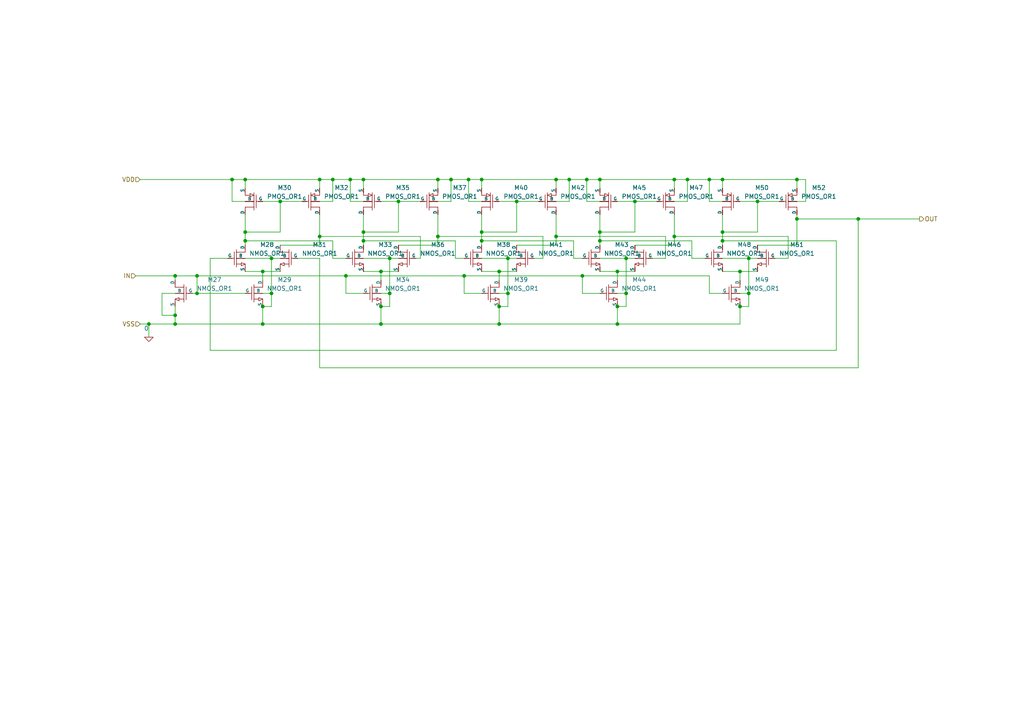
<source format=kicad_sch>
(kicad_sch (version 20230121) (generator eeschema)
  (paper "A4")
  (lib_symbols
    (symbol "OR1Symbols:0" (power) (pin_names (offset 0))
      (property "Value" "0" (at 0 -1.27 0))
      (symbol "0_0_1"
        (polyline (pts (xy -1.27 0) (xy 1.27 0) (xy 0 -1.27) (xy -1.27 0)))
      )
      (symbol "0_1_1"
        (pin power_in line (at 0 0 180) (length 0) hide (name "0") (number "1"))
      )
    )
    (symbol "OR1Symbols:NMOS_OR1" (pin_numbers hide) (pin_names (offset 0))
      (property "Reference" "M" (at 8.89 5.08 0))
      (property "Value" "NMOS_OR1" (at 8.89 2.54 0))
      (symbol "NMOS_OR1_0_1"
        (polyline (pts (xy 0 0) (xy 1.905 0)))
        (polyline (pts (xy 1.905 1.905) (xy 1.905 -1.905)))
        (polyline (pts (xy 2.54 -2.54) (xy 2.54 2.54)))
        (polyline (pts (xy 2.54 -1.651) (xy 3.937 -1.651)))
        (polyline (pts (xy 2.54 0) (xy 5.08 0)))
        (polyline (pts (xy 2.54 1.778) (xy 5.08 1.778)))
        (polyline (pts (xy 3.937 -2.159) (xy 3.937 -1.27)))
        (polyline (pts (xy 3.937 -1.27) (xy 5.08 -1.651)))
        (polyline (pts (xy 5.08 -1.651) (xy 3.937 -2.159)))
        (polyline (pts (xy 5.08 -1.651) (xy 5.08 -3.81)))
        (polyline (pts (xy 5.08 1.778) (xy 5.08 3.81)))
      )
      (symbol "NMOS_OR1_1_1"
        (pin passive line (at 5.08 3.81 270) (length 1.27) (name "D") (number "1"))
        (pin passive line (at 0 0 0) (length 1.27) (name "G") (number "2"))
        (pin passive line (at 5.08 -3.81 90) (length 1.27) (name "S") (number "3"))
        (pin passive line (at 5.08 0 180) (length 2.54) (name "B") (number "4"))
      )
    )
    (symbol "OR1Symbols:PMOS_OR1" (pin_numbers hide) (pin_names (offset 0))
      (property "Reference" "M" (at 8.89 5.08 0))
      (property "Value" "PMOS_OR1" (at 8.89 2.54 0))
      (symbol "PMOS_OR1_0_1"
        (polyline (pts (xy 0 0) (xy 1.905 0)))
        (polyline (pts (xy 1.905 1.905) (xy 1.905 -1.905)))
        (polyline (pts (xy 2.54 -2.54) (xy 2.54 2.54)))
        (polyline (pts (xy 2.54 -1.651) (xy 5.08 -1.651)))
        (polyline (pts (xy 2.54 0) (xy 5.08 0)))
        (polyline (pts (xy 2.54 1.778) (xy 3.683 2.286)))
        (polyline (pts (xy 3.683 1.397) (xy 2.54 1.778)))
        (polyline (pts (xy 3.683 1.397) (xy 3.683 2.286)))
        (polyline (pts (xy 3.683 1.778) (xy 5.08 1.778)))
        (polyline (pts (xy 5.08 -1.651) (xy 5.08 -3.81)))
        (polyline (pts (xy 5.08 1.778) (xy 5.08 3.81)))
      )
      (symbol "PMOS_OR1_1_1"
        (pin passive line (at 5.08 -3.81 90) (length 1.27) (name "D") (number "1"))
        (pin passive line (at 0 0 0) (length 1.27) (name "G") (number "2"))
        (pin passive line (at 5.08 3.81 270) (length 1.27) (name "S") (number "3"))
        (pin passive line (at 5.08 0 180) (length 2.54) (name "B") (number "4"))
      )
    )
  )
  (junction (at 110.49 93.98))
  (junction (at 214.63 88.9))
  (junction (at 205.74 52.07))
  (junction (at 217.17 74.93))
  (junction (at 92.71 52.07))
  (junction (at 105.41 69.85))
  (junction (at 248.92 63.5))
  (junction (at 78.74 74.93))
  (junction (at 179.07 88.9))
  (junction (at 195.58 68.58))
  (junction (at 135.89 52.07))
  (junction (at 181.61 85.09))
  (junction (at 43.18 93.98))
  (junction (at 181.61 74.93))
  (junction (at 179.07 78.74))
  (junction (at 127 52.07))
  (junction (at 92.71 68.58))
  (junction (at 147.32 74.93))
  (junction (at 113.03 74.93))
  (junction (at 217.17 85.09))
  (junction (at 110.49 88.9))
  (junction (at 144.78 93.98))
  (junction (at 173.99 69.85))
  (junction (at 67.31 52.07))
  (junction (at 214.63 78.74))
  (junction (at 113.03 85.09))
  (junction (at 76.2 88.9))
  (junction (at 195.58 52.07))
  (junction (at 57.15 80.01))
  (junction (at 144.78 78.74))
  (junction (at 81.28 58.42))
  (junction (at 173.99 67.31))
  (junction (at 50.8 80.01))
  (junction (at 219.71 58.42))
  (junction (at 71.12 67.31))
  (junction (at 139.7 69.85))
  (junction (at 199.39 52.07))
  (junction (at 78.74 85.09))
  (junction (at 231.14 63.5))
  (junction (at 209.55 52.07))
  (junction (at 144.78 88.9))
  (junction (at 147.32 85.09))
  (junction (at 76.2 93.98))
  (junction (at 168.91 80.01))
  (junction (at 173.99 52.07))
  (junction (at 209.55 69.85))
  (junction (at 139.7 67.31))
  (junction (at 170.18 52.07))
  (junction (at 71.12 69.85))
  (junction (at 161.29 52.07))
  (junction (at 71.12 52.07))
  (junction (at 50.8 93.98))
  (junction (at 100.33 80.01))
  (junction (at 130.81 52.07))
  (junction (at 115.57 58.42))
  (junction (at 149.86 58.42))
  (junction (at 209.55 67.31))
  (junction (at 96.52 52.07))
  (junction (at 161.29 68.58))
  (junction (at 231.14 52.07))
  (junction (at 179.07 93.98))
  (junction (at 165.1 52.07))
  (junction (at 50.8 91.44))
  (junction (at 105.41 67.31))
  (junction (at 57.15 85.09))
  (junction (at 184.15 58.42))
  (junction (at 134.62 80.01))
  (junction (at 127 68.58))
  (junction (at 105.41 52.07))
  (junction (at 76.2 78.74))
  (junction (at 139.7 52.07))
  (junction (at 110.49 78.74))
  (junction (at 101.6 52.07))
  (wire (pts (xy 76.2 85.09) (xy 78.74 85.09)))
  (wire (pts (xy 71.12 67.31) (xy 71.12 69.85)))
  (wire (pts (xy 170.18 52.07) (xy 173.99 52.07)))
  (wire (pts (xy 105.41 54.61) (xy 105.41 52.07)))
  (wire (pts (xy 50.8 85.09) (xy 46.99 85.09)))
  (wire (pts (xy 71.12 62.23) (xy 71.12 67.31)))
  (wire (pts (xy 92.71 71.12) (xy 81.28 71.12)))
  (wire (pts (xy 214.63 78.74) (xy 214.63 81.28)))
  (wire (pts (xy 173.99 69.85) (xy 200.66 69.85)))
  (wire (pts (xy 50.8 91.44) (xy 50.8 93.98)))
  (wire (pts (xy 110.49 85.09) (xy 113.03 85.09)))
  (wire (pts (xy 78.74 74.93) (xy 81.28 74.93)))
  (wire (pts (xy 105.41 78.74) (xy 110.49 78.74)))
  (wire (pts (xy 76.2 58.42) (xy 81.28 58.42)))
  (wire (pts (xy 127 58.42) (xy 130.81 58.42)))
  (wire (pts (xy 96.52 69.85) (xy 96.52 74.93)))
  (wire (pts (xy 170.18 58.42) (xy 173.99 58.42)))
  (wire (pts (xy 127 52.07) (xy 130.81 52.07)))
  (wire (pts (xy 147.32 88.9) (xy 144.78 88.9)))
  (wire (pts (xy 115.57 58.42) (xy 115.57 67.31)))
  (wire (pts (xy 214.63 88.9) (xy 214.63 93.98)))
  (wire (pts (xy 161.29 68.58) (xy 161.29 71.12)))
  (wire (pts (xy 50.8 88.9) (xy 50.8 91.44)))
  (wire (pts (xy 189.23 74.93) (xy 193.04 74.93)))
  (wire (pts (xy 228.6 68.58) (xy 228.6 74.93)))
  (wire (pts (xy 209.55 62.23) (xy 209.55 67.31)))
  (wire (pts (xy 120.65 74.93) (xy 121.92 74.93)))
  (wire (pts (xy 193.04 68.58) (xy 193.04 74.93)))
  (wire (pts (xy 130.81 52.07) (xy 135.89 52.07)))
  (wire (pts (xy 165.1 52.07) (xy 170.18 52.07)))
  (wire (pts (xy 96.52 52.07) (xy 101.6 52.07)))
  (wire (pts (xy 127 62.23) (xy 127 68.58)))
  (wire (pts (xy 219.71 58.42) (xy 226.06 58.42)))
  (wire (pts (xy 161.29 62.23) (xy 161.29 68.58)))
  (wire (pts (xy 43.18 93.98) (xy 43.18 97.79)))
  (wire (pts (xy 147.32 74.93) (xy 149.86 74.93)))
  (wire (pts (xy 195.58 71.12) (xy 184.15 71.12)))
  (wire (pts (xy 46.99 85.09) (xy 46.99 91.44)))
  (wire (pts (xy 242.57 69.85) (xy 242.57 101.6)))
  (wire (pts (xy 110.49 78.74) (xy 115.57 78.74)))
  (wire (pts (xy 113.03 88.9) (xy 110.49 88.9)))
  (wire (pts (xy 231.14 52.07) (xy 231.14 54.61)))
  (wire (pts (xy 231.14 62.23) (xy 231.14 63.5)))
  (wire (pts (xy 166.37 74.93) (xy 168.91 74.93)))
  (wire (pts (xy 231.14 63.5) (xy 231.14 71.12)))
  (wire (pts (xy 92.71 68.58) (xy 92.71 71.12)))
  (wire (pts (xy 76.2 88.9) (xy 76.2 93.98)))
  (wire (pts (xy 149.86 58.42) (xy 149.86 67.31)))
  (wire (pts (xy 139.7 67.31) (xy 149.86 67.31)))
  (wire (pts (xy 115.57 58.42) (xy 121.92 58.42)))
  (wire (pts (xy 110.49 93.98) (xy 144.78 93.98)))
  (wire (pts (xy 81.28 58.42) (xy 81.28 67.31)))
  (wire (pts (xy 144.78 78.74) (xy 149.86 78.74)))
  (wire (pts (xy 113.03 74.93) (xy 113.03 85.09)))
  (wire (pts (xy 40.64 93.98) (xy 43.18 93.98)))
  (wire (pts (xy 184.15 58.42) (xy 190.5 58.42)))
  (wire (pts (xy 132.08 74.93) (xy 134.62 74.93)))
  (wire (pts (xy 139.7 54.61) (xy 139.7 52.07)))
  (wire (pts (xy 144.78 88.9) (xy 144.78 93.98)))
  (wire (pts (xy 205.74 52.07) (xy 205.74 58.42)))
  (wire (pts (xy 57.15 80.01) (xy 100.33 80.01)))
  (wire (pts (xy 39.37 80.01) (xy 50.8 80.01)))
  (wire (pts (xy 173.99 69.85) (xy 173.99 71.12)))
  (wire (pts (xy 181.61 85.09) (xy 181.61 88.9)))
  (wire (pts (xy 195.58 58.42) (xy 199.39 58.42)))
  (wire (pts (xy 40.64 52.07) (xy 67.31 52.07)))
  (wire (pts (xy 217.17 88.9) (xy 214.63 88.9)))
  (wire (pts (xy 170.18 52.07) (xy 170.18 58.42)))
  (wire (pts (xy 105.41 74.93) (xy 113.03 74.93)))
  (wire (pts (xy 105.41 67.31) (xy 105.41 69.85)))
  (wire (pts (xy 205.74 58.42) (xy 209.55 58.42)))
  (wire (pts (xy 127 68.58) (xy 157.48 68.58)))
  (wire (pts (xy 110.49 88.9) (xy 110.49 93.98)))
  (wire (pts (xy 50.8 93.98) (xy 76.2 93.98)))
  (wire (pts (xy 173.99 52.07) (xy 195.58 52.07)))
  (wire (pts (xy 101.6 58.42) (xy 101.6 52.07)))
  (wire (pts (xy 92.71 52.07) (xy 92.71 54.61)))
  (wire (pts (xy 173.99 74.93) (xy 181.61 74.93)))
  (wire (pts (xy 205.74 80.01) (xy 205.74 85.09)))
  (wire (pts (xy 67.31 58.42) (xy 67.31 52.07)))
  (wire (pts (xy 157.48 68.58) (xy 157.48 74.93)))
  (wire (pts (xy 200.66 69.85) (xy 200.66 74.93)))
  (wire (pts (xy 139.7 74.93) (xy 147.32 74.93)))
  (wire (pts (xy 139.7 78.74) (xy 144.78 78.74)))
  (wire (pts (xy 214.63 78.74) (xy 219.71 78.74)))
  (wire (pts (xy 105.41 52.07) (xy 127 52.07)))
  (wire (pts (xy 57.15 80.01) (xy 57.15 85.09)))
  (wire (pts (xy 233.68 58.42) (xy 233.68 52.07)))
  (wire (pts (xy 199.39 58.42) (xy 199.39 52.07)))
  (wire (pts (xy 110.49 78.74) (xy 110.49 81.28)))
  (wire (pts (xy 71.12 69.85) (xy 96.52 69.85)))
  (wire (pts (xy 219.71 58.42) (xy 219.71 67.31)))
  (wire (pts (xy 139.7 69.85) (xy 166.37 69.85)))
  (wire (pts (xy 209.55 52.07) (xy 231.14 52.07)))
  (wire (pts (xy 71.12 69.85) (xy 71.12 71.12)))
  (wire (pts (xy 179.07 58.42) (xy 184.15 58.42)))
  (wire (pts (xy 209.55 67.31) (xy 209.55 69.85)))
  (wire (pts (xy 242.57 101.6) (xy 60.96 101.6)))
  (wire (pts (xy 86.36 74.93) (xy 92.71 74.93)))
  (wire (pts (xy 181.61 74.93) (xy 181.61 85.09)))
  (wire (pts (xy 127 71.12) (xy 115.57 71.12)))
  (wire (pts (xy 78.74 74.93) (xy 78.74 85.09)))
  (wire (pts (xy 139.7 69.85) (xy 139.7 71.12)))
  (wire (pts (xy 105.41 58.42) (xy 101.6 58.42)))
  (wire (pts (xy 101.6 52.07) (xy 105.41 52.07)))
  (wire (pts (xy 127 68.58) (xy 127 71.12)))
  (wire (pts (xy 139.7 62.23) (xy 139.7 67.31)))
  (wire (pts (xy 71.12 52.07) (xy 67.31 52.07)))
  (wire (pts (xy 195.58 62.23) (xy 195.58 68.58)))
  (wire (pts (xy 144.78 93.98) (xy 179.07 93.98)))
  (wire (pts (xy 121.92 68.58) (xy 121.92 74.93)))
  (wire (pts (xy 57.15 85.09) (xy 71.12 85.09)))
  (wire (pts (xy 214.63 85.09) (xy 217.17 85.09)))
  (wire (pts (xy 100.33 85.09) (xy 100.33 80.01)))
  (wire (pts (xy 50.8 80.01) (xy 50.8 81.28)))
  (wire (pts (xy 224.79 74.93) (xy 228.6 74.93)))
  (wire (pts (xy 76.2 78.74) (xy 76.2 81.28)))
  (wire (pts (xy 105.41 69.85) (xy 132.08 69.85)))
  (wire (pts (xy 161.29 52.07) (xy 161.29 54.61)))
  (wire (pts (xy 231.14 58.42) (xy 233.68 58.42)))
  (wire (pts (xy 209.55 74.93) (xy 217.17 74.93)))
  (wire (pts (xy 173.99 67.31) (xy 173.99 69.85)))
  (wire (pts (xy 144.78 58.42) (xy 149.86 58.42)))
  (wire (pts (xy 139.7 67.31) (xy 139.7 69.85)))
  (wire (pts (xy 81.28 58.42) (xy 87.63 58.42)))
  (wire (pts (xy 195.58 52.07) (xy 199.39 52.07)))
  (wire (pts (xy 96.52 58.42) (xy 92.71 58.42)))
  (wire (pts (xy 217.17 74.93) (xy 217.17 85.09)))
  (wire (pts (xy 209.55 67.31) (xy 219.71 67.31)))
  (wire (pts (xy 248.92 106.68) (xy 248.92 63.5)))
  (wire (pts (xy 135.89 52.07) (xy 139.7 52.07)))
  (wire (pts (xy 248.92 63.5) (xy 266.7 63.5)))
  (wire (pts (xy 71.12 78.74) (xy 76.2 78.74)))
  (wire (pts (xy 139.7 52.07) (xy 161.29 52.07)))
  (wire (pts (xy 135.89 58.42) (xy 139.7 58.42)))
  (wire (pts (xy 76.2 78.74) (xy 81.28 78.74)))
  (wire (pts (xy 231.14 71.12) (xy 219.71 71.12)))
  (wire (pts (xy 205.74 85.09) (xy 209.55 85.09)))
  (wire (pts (xy 92.71 74.93) (xy 92.71 106.68)))
  (wire (pts (xy 161.29 71.12) (xy 149.86 71.12)))
  (wire (pts (xy 173.99 85.09) (xy 168.91 85.09)))
  (wire (pts (xy 132.08 69.85) (xy 132.08 74.93)))
  (wire (pts (xy 179.07 85.09) (xy 181.61 85.09)))
  (wire (pts (xy 168.91 80.01) (xy 205.74 80.01)))
  (wire (pts (xy 96.52 52.07) (xy 96.52 58.42)))
  (wire (pts (xy 113.03 74.93) (xy 115.57 74.93)))
  (wire (pts (xy 71.12 54.61) (xy 71.12 52.07)))
  (wire (pts (xy 173.99 54.61) (xy 173.99 52.07)))
  (wire (pts (xy 166.37 69.85) (xy 166.37 74.93)))
  (wire (pts (xy 173.99 62.23) (xy 173.99 67.31)))
  (wire (pts (xy 110.49 58.42) (xy 115.57 58.42)))
  (wire (pts (xy 195.58 68.58) (xy 228.6 68.58)))
  (wire (pts (xy 209.55 69.85) (xy 242.57 69.85)))
  (wire (pts (xy 161.29 68.58) (xy 193.04 68.58)))
  (wire (pts (xy 168.91 85.09) (xy 168.91 80.01)))
  (wire (pts (xy 78.74 85.09) (xy 78.74 88.9)))
  (wire (pts (xy 181.61 88.9) (xy 179.07 88.9)))
  (wire (pts (xy 50.8 80.01) (xy 57.15 80.01)))
  (wire (pts (xy 43.18 93.98) (xy 50.8 93.98)))
  (wire (pts (xy 105.41 67.31) (xy 115.57 67.31)))
  (wire (pts (xy 60.96 101.6) (xy 60.96 74.93)))
  (wire (pts (xy 60.96 74.93) (xy 66.04 74.93)))
  (wire (pts (xy 92.71 52.07) (xy 96.52 52.07)))
  (wire (pts (xy 76.2 93.98) (xy 110.49 93.98)))
  (wire (pts (xy 165.1 52.07) (xy 165.1 58.42)))
  (wire (pts (xy 173.99 67.31) (xy 184.15 67.31)))
  (wire (pts (xy 105.41 85.09) (xy 100.33 85.09)))
  (wire (pts (xy 231.14 63.5) (xy 248.92 63.5)))
  (wire (pts (xy 149.86 58.42) (xy 156.21 58.42)))
  (wire (pts (xy 96.52 74.93) (xy 100.33 74.93)))
  (wire (pts (xy 205.74 52.07) (xy 209.55 52.07)))
  (wire (pts (xy 139.7 85.09) (xy 134.62 85.09)))
  (wire (pts (xy 184.15 58.42) (xy 184.15 67.31)))
  (wire (pts (xy 195.58 52.07) (xy 195.58 54.61)))
  (wire (pts (xy 217.17 85.09) (xy 217.17 88.9)))
  (wire (pts (xy 144.78 85.09) (xy 147.32 85.09)))
  (wire (pts (xy 134.62 85.09) (xy 134.62 80.01)))
  (wire (pts (xy 71.12 58.42) (xy 67.31 58.42)))
  (wire (pts (xy 71.12 52.07) (xy 92.71 52.07)))
  (wire (pts (xy 92.71 106.68) (xy 248.92 106.68)))
  (wire (pts (xy 179.07 93.98) (xy 214.63 93.98)))
  (wire (pts (xy 147.32 85.09) (xy 147.32 88.9)))
  (wire (pts (xy 78.74 88.9) (xy 76.2 88.9)))
  (wire (pts (xy 46.99 91.44) (xy 50.8 91.44)))
  (wire (pts (xy 179.07 88.9) (xy 179.07 93.98)))
  (wire (pts (xy 113.03 85.09) (xy 113.03 88.9)))
  (wire (pts (xy 157.48 74.93) (xy 154.94 74.93)))
  (wire (pts (xy 173.99 78.74) (xy 179.07 78.74)))
  (wire (pts (xy 179.07 78.74) (xy 184.15 78.74)))
  (wire (pts (xy 217.17 74.93) (xy 219.71 74.93)))
  (wire (pts (xy 179.07 78.74) (xy 179.07 81.28)))
  (wire (pts (xy 214.63 58.42) (xy 219.71 58.42)))
  (wire (pts (xy 161.29 52.07) (xy 165.1 52.07)))
  (wire (pts (xy 199.39 52.07) (xy 205.74 52.07)))
  (wire (pts (xy 209.55 54.61) (xy 209.55 52.07)))
  (wire (pts (xy 147.32 74.93) (xy 147.32 85.09)))
  (wire (pts (xy 130.81 58.42) (xy 130.81 52.07)))
  (wire (pts (xy 134.62 80.01) (xy 168.91 80.01)))
  (wire (pts (xy 233.68 52.07) (xy 231.14 52.07)))
  (wire (pts (xy 200.66 74.93) (xy 204.47 74.93)))
  (wire (pts (xy 92.71 68.58) (xy 121.92 68.58)))
  (wire (pts (xy 161.29 58.42) (xy 165.1 58.42)))
  (wire (pts (xy 127 52.07) (xy 127 54.61)))
  (wire (pts (xy 195.58 68.58) (xy 195.58 71.12)))
  (wire (pts (xy 209.55 78.74) (xy 214.63 78.74)))
  (wire (pts (xy 144.78 78.74) (xy 144.78 81.28)))
  (wire (pts (xy 55.88 85.09) (xy 57.15 85.09)))
  (wire (pts (xy 181.61 74.93) (xy 184.15 74.93)))
  (wire (pts (xy 71.12 74.93) (xy 78.74 74.93)))
  (wire (pts (xy 209.55 69.85) (xy 209.55 71.12)))
  (wire (pts (xy 135.89 52.07) (xy 135.89 58.42)))
  (wire (pts (xy 92.71 62.23) (xy 92.71 68.58)))
  (wire (pts (xy 100.33 80.01) (xy 134.62 80.01)))
  (wire (pts (xy 105.41 62.23) (xy 105.41 67.31)))
  (wire (pts (xy 71.12 67.31) (xy 81.28 67.31)))
  (wire (pts (xy 105.41 69.85) (xy 105.41 71.12)))
  (hierarchical_label "OUT" (shape output) (at 266.7 63.5 0))
  (hierarchical_label "IN" (shape input) (at 39.37 80.01 180))
  (hierarchical_label "VSS" (shape input) (at 40.64 93.98 180))
  (hierarchical_label "VDD" (shape input) (at 40.64 52.07 180))
  (symbol (lib_id "OR1Symbols:0") (at 43.18 97.79 0) (unit 1)
    (property "Reference" "#GND02" (effects hide))
    (property "Value" "0" (at 43.18 95.25 0) (effects (justify right)))
    (instances (project "" (path "" (reference "#GND02") (unit 1))) (project "tb" (path "" (reference "#GND02") (unit 1))) (project "cc_osc" (path "" (reference "#GND01") (unit 1)) (path "" (reference "#GND02") (unit 1))) (project "VCO" (path "" (reference "#GND02") (unit 1))) (project "VCO-VS-CCO" (path "" (reference "#GND02") (unit 1))))
  )
  (symbol (lib_id "OR1Symbols:NMOS_OR1") (at 71.12 85.09 0) (unit 1)
    (property "Reference" "M29" (at 82.55 81.1277 0))
    (property "Value" "NMOS_OR1" (at 82.55 83.6677 0))
    (property "Sim.Pins" "1=1 2=2 3=3 4=4" (effects hide))
    (property "Sim.Device" "SPICE" (effects hide))
    (property "Sim.Params" "type=\"M\" model=\"NMOS_OR1 l=1u w=2u\" lib=\"\"" (effects hide))
    (instances (project "" (path "" (reference "M29") (unit 1))) (project "tb" (path "" (reference "M29") (unit 1))) (project "cc_osc" (path "" (reference "M13") (unit 1)) (path "" (reference "M29") (unit 1))) (project "VCO" (path "" (reference "M29") (unit 1))) (project "VCO-VS-CCO" (path "" (reference "M44") (unit 1))))
  )
  (symbol (lib_id "OR1Symbols:PMOS_OR1") (at 144.78 58.42 0) (mirror y) (unit 1)
    (property "Reference" "M40" (at 151.13 54.4577 0))
    (property "Value" "PMOS_OR1" (at 151.13 56.9977 0))
    (property "Sim.Pins" "1=1 2=2 3=3 4=4" (effects hide))
    (property "Sim.Device" "SPICE" (effects hide))
    (property "Sim.Params" "type=\"M\" model=\"PMOS_OR1 l=1u w=6u\" lib=\"\"" (effects hide))
    (instances (project "" (path "" (reference "M40") (unit 1))) (project "tb" (path "" (reference "M40") (unit 1))) (project "cc_osc" (path "" (reference "M5") (unit 1)) (path "" (reference "M40") (unit 1))) (project "VCO" (path "" (reference "M40") (unit 1))) (project "VCO-VS-CCO" (path "" (reference "M55") (unit 1))))
  )
  (symbol (lib_id "OR1Symbols:PMOS_OR1") (at 121.92 58.42 0) (unit 1)
    (property "Reference" "M37" (at 133.35 54.4577 0))
    (property "Value" "PMOS_OR1" (at 133.35 56.9977 0))
    (property "Sim.Pins" "1=1 2=2 3=3 4=4" (effects hide))
    (property "Sim.Device" "SPICE" (effects hide))
    (property "Sim.Params" "type=\"M\" model=\"PMOS_OR1 l=1u w=6u\" lib=\"\"" (effects hide))
    (instances (project "" (path "" (reference "M37") (unit 1))) (project "tb" (path "" (reference "M37") (unit 1))) (project "cc_osc" (path "" (reference "M4") (unit 1)) (path "" (reference "M37") (unit 1))) (project "VCO" (path "" (reference "M37") (unit 1))) (project "VCO-VS-CCO" (path "" (reference "M52") (unit 1))))
  )
  (symbol (lib_id "OR1Symbols:NMOS_OR1") (at 139.7 85.09 0) (unit 1)
    (property "Reference" "M39" (at 151.13 81.1277 0))
    (property "Value" "NMOS_OR1" (at 151.13 83.6677 0))
    (property "Sim.Pins" "1=1 2=2 3=3 4=4" (effects hide))
    (property "Sim.Device" "SPICE" (effects hide))
    (property "Sim.Params" "type=\"M\" model=\"NMOS_OR1 l=1u w=2u\" lib=\"\"" (effects hide))
    (instances (project "" (path "" (reference "M39") (unit 1))) (project "tb" (path "" (reference "M39") (unit 1))) (project "cc_osc" (path "" (reference "M18") (unit 1)) (path "" (reference "M39") (unit 1))) (project "VCO" (path "" (reference "M39") (unit 1))) (project "VCO-VS-CCO" (path "" (reference "M54") (unit 1))))
  )
  (symbol (lib_id "OR1Symbols:PMOS_OR1") (at 214.63 58.42 0) (mirror y) (unit 1)
    (property "Reference" "M50" (at 220.98 54.4577 0))
    (property "Value" "PMOS_OR1" (at 220.98 56.9977 0))
    (property "Sim.Pins" "1=1 2=2 3=3 4=4" (effects hide))
    (property "Sim.Device" "SPICE" (effects hide))
    (property "Sim.Params" "type=\"M\" model=\"PMOS_OR1 l=1u w=6u\" lib=\"\"" (effects hide))
    (instances (project "" (path "" (reference "M50") (unit 1))) (project "tb" (path "" (reference "M50") (unit 1))) (project "cc_osc" (path "" (reference "M9") (unit 1)) (path "" (reference "M50") (unit 1))) (project "VCO" (path "" (reference "M50") (unit 1))) (project "VCO-VS-CCO" (path "" (reference "M65") (unit 1))))
  )
  (symbol (lib_id "OR1Symbols:PMOS_OR1") (at 226.06 58.42 0) (unit 1)
    (property "Reference" "M52" (at 237.49 54.4577 0))
    (property "Value" "PMOS_OR1" (at 237.49 56.9977 0))
    (property "Sim.Pins" "1=1 2=2 3=3 4=4" (effects hide))
    (property "Sim.Device" "SPICE" (effects hide))
    (property "Sim.Params" "type=\"M\" model=\"PMOS_OR1 l=1u w=6u\" lib=\"\"" (effects hide))
    (instances (project "" (path "" (reference "M52") (unit 1))) (project "tb" (path "" (reference "M52") (unit 1))) (project "cc_osc" (path "" (reference "M10") (unit 1)) (path "" (reference "M52") (unit 1))) (project "VCO" (path "" (reference "M52") (unit 1))) (project "VCO-VS-CCO" (path "" (reference "M67") (unit 1))))
  )
  (symbol (lib_id "OR1Symbols:NMOS_OR1") (at 86.36 74.93 0) (mirror y) (unit 1)
    (property "Reference" "M31" (at 92.71 70.9677 0))
    (property "Value" "NMOS_OR1" (at 92.71 73.5077 0))
    (property "Sim.Pins" "1=1 2=2 3=3 4=4" (effects hide))
    (property "Sim.Device" "SPICE" (effects hide))
    (property "Sim.Params" "type=\"M\" model=\"NMOS_OR1 l=1u w=2u\" lib=\"\"" (effects hide))
    (instances (project "" (path "" (reference "M31") (unit 1))) (project "tb" (path "" (reference "M31") (unit 1))) (project "cc_osc" (path "" (reference "M12") (unit 1)) (path "" (reference "M31") (unit 1))) (project "VCO" (path "" (reference "M31") (unit 1))) (project "VCO-VS-CCO" (path "" (reference "M46") (unit 1))))
  )
  (symbol (lib_id "OR1Symbols:PMOS_OR1") (at 190.5 58.42 0) (unit 1)
    (property "Reference" "M47" (at 201.93 54.4577 0))
    (property "Value" "PMOS_OR1" (at 201.93 56.9977 0))
    (property "Sim.Pins" "1=1 2=2 3=3 4=4" (effects hide))
    (property "Sim.Device" "SPICE" (effects hide))
    (property "Sim.Params" "type=\"M\" model=\"PMOS_OR1 l=1u w=6u\" lib=\"\"" (effects hide))
    (instances (project "" (path "" (reference "M47") (unit 1))) (project "tb" (path "" (reference "M47") (unit 1))) (project "cc_osc" (path "" (reference "M8") (unit 1)) (path "" (reference "M47") (unit 1))) (project "VCO" (path "" (reference "M47") (unit 1))) (project "VCO-VS-CCO" (path "" (reference "M62") (unit 1))))
  )
  (symbol (lib_id "OR1Symbols:NMOS_OR1") (at 55.88 85.09 0) (mirror y) (unit 1)
    (property "Reference" "M27" (at 62.23 81.1277 0))
    (property "Value" "NMOS_OR1" (at 62.23 83.6677 0))
    (property "Sim.Pins" "1=1 2=2 3=3 4=4" (effects hide))
    (property "Sim.Device" "SPICE" (effects hide))
    (property "Sim.Params" "type=\"M\" model=\"NMOS_OR1 l=1u w=2u\" lib=\"\"" (effects hide))
    (instances (project "" (path "" (reference "M27") (unit 1))) (project "tb" (path "" (reference "M27") (unit 1))) (project "cc_osc" (path "" (reference "M26") (unit 1)) (path "" (reference "M27") (unit 1))) (project "VCO" (path "" (reference "M27") (unit 1))) (project "VCO-VS-CCO" (path "" (reference "M42") (unit 1))))
  )
  (symbol (lib_id "OR1Symbols:NMOS_OR1") (at 105.41 85.09 0) (unit 1)
    (property "Reference" "M34" (at 116.84 81.1277 0))
    (property "Value" "NMOS_OR1" (at 116.84 83.6677 0))
    (property "Sim.Pins" "1=1 2=2 3=3 4=4" (effects hide))
    (property "Sim.Device" "SPICE" (effects hide))
    (property "Sim.Params" "type=\"M\" model=\"NMOS_OR1 l=1u w=2u\" lib=\"\"" (effects hide))
    (instances (project "" (path "" (reference "M34") (unit 1))) (project "tb" (path "" (reference "M34") (unit 1))) (project "cc_osc" (path "" (reference "M15") (unit 1)) (path "" (reference "M34") (unit 1))) (project "VCO" (path "" (reference "M34") (unit 1))) (project "VCO-VS-CCO" (path "" (reference "M49") (unit 1))))
  )
  (symbol (lib_id "OR1Symbols:PMOS_OR1") (at 110.49 58.42 0) (mirror y) (unit 1)
    (property "Reference" "M35" (at 116.84 54.4577 0))
    (property "Value" "PMOS_OR1" (at 116.84 56.9977 0))
    (property "Sim.Pins" "1=1 2=2 3=3 4=4" (effects hide))
    (property "Sim.Device" "SPICE" (effects hide))
    (property "Sim.Params" "type=\"M\" model=\"PMOS_OR1 l=1u w=6u\" lib=\"\"" (effects hide))
    (instances (project "" (path "" (reference "M35") (unit 1))) (project "tb" (path "" (reference "M35") (unit 1))) (project "cc_osc" (path "" (reference "M3") (unit 1)) (path "" (reference "M35") (unit 1))) (project "VCO" (path "" (reference "M35") (unit 1))) (project "VCO-VS-CCO" (path "" (reference "M50") (unit 1))))
  )
  (symbol (lib_id "OR1Symbols:NMOS_OR1") (at 154.94 74.93 0) (mirror y) (unit 1)
    (property "Reference" "M41" (at 161.29 70.9677 0))
    (property "Value" "NMOS_OR1" (at 161.29 73.5077 0))
    (property "Sim.Pins" "1=1 2=2 3=3 4=4" (effects hide))
    (property "Sim.Device" "SPICE" (effects hide))
    (property "Sim.Params" "type=\"M\" model=\"NMOS_OR1 l=1u w=2u\" lib=\"\"" (effects hide))
    (instances (project "" (path "" (reference "M41") (unit 1))) (project "tb" (path "" (reference "M41") (unit 1))) (project "cc_osc" (path "" (reference "M19") (unit 1)) (path "" (reference "M41") (unit 1))) (project "VCO" (path "" (reference "M41") (unit 1))) (project "VCO-VS-CCO" (path "" (reference "M56") (unit 1))))
  )
  (symbol (lib_id "OR1Symbols:PMOS_OR1") (at 87.63 58.42 0) (unit 1)
    (property "Reference" "M32" (at 99.06 54.4577 0))
    (property "Value" "PMOS_OR1" (at 99.06 56.9977 0))
    (property "Sim.Pins" "1=1 2=2 3=3 4=4" (effects hide))
    (property "Sim.Device" "SPICE" (effects hide))
    (property "Sim.Params" "type=\"M\" model=\"PMOS_OR1 l=1u w=6u\" lib=\"\"" (effects hide))
    (instances (project "" (path "" (reference "M32") (unit 1))) (project "tb" (path "" (reference "M32") (unit 1))) (project "cc_osc" (path "" (reference "M2") (unit 1)) (path "" (reference "M32") (unit 1))) (project "VCO" (path "" (reference "M32") (unit 1))) (project "VCO-VS-CCO" (path "" (reference "M47") (unit 1))))
  )
  (symbol (lib_id "OR1Symbols:NMOS_OR1") (at 209.55 85.09 0) (unit 1)
    (property "Reference" "M49" (at 220.98 81.1277 0))
    (property "Value" "NMOS_OR1" (at 220.98 83.6677 0))
    (property "Sim.Pins" "1=1 2=2 3=3 4=4" (effects hide))
    (property "Sim.Device" "SPICE" (effects hide))
    (property "Sim.Params" "type=\"M\" model=\"NMOS_OR1 l=1u w=2u\" lib=\"\"" (effects hide))
    (instances (project "" (path "" (reference "M49") (unit 1))) (project "tb" (path "" (reference "M49") (unit 1))) (project "cc_osc" (path "" (reference "M24") (unit 1)) (path "" (reference "M49") (unit 1))) (project "VCO" (path "" (reference "M49") (unit 1))) (project "VCO-VS-CCO" (path "" (reference "M64") (unit 1))))
  )
  (symbol (lib_id "OR1Symbols:PMOS_OR1") (at 76.2 58.42 0) (mirror y) (unit 1)
    (property "Reference" "M30" (at 82.55 54.4577 0))
    (property "Value" "PMOS_OR1" (at 82.55 56.9977 0))
    (property "Sim.Pins" "1=1 2=2 3=3 4=4" (effects hide))
    (property "Sim.Device" "SPICE" (effects hide))
    (property "Sim.Params" "type=\"M\" model=\"PMOS_OR1 l=1u w=6u\" lib=\"\"" (effects hide))
    (instances (project "" (path "" (reference "M30") (unit 1))) (project "tb" (path "" (reference "M30") (unit 1))) (project "cc_osc" (path "" (reference "M1") (unit 1)) (path "" (reference "M30") (unit 1))) (project "VCO" (path "" (reference "M30") (unit 1))) (project "VCO-VS-CCO" (path "" (reference "M45") (unit 1))))
  )
  (symbol (lib_id "OR1Symbols:NMOS_OR1") (at 120.65 74.93 0) (mirror y) (unit 1)
    (property "Reference" "M36" (at 127 70.9677 0))
    (property "Value" "NMOS_OR1" (at 127 73.5077 0))
    (property "Sim.Pins" "1=1 2=2 3=3 4=4" (effects hide))
    (property "Sim.Device" "SPICE" (effects hide))
    (property "Sim.Params" "type=\"M\" model=\"NMOS_OR1 l=1u w=2u\" lib=\"\"" (effects hide))
    (instances (project "" (path "" (reference "M36") (unit 1))) (project "tb" (path "" (reference "M36") (unit 1))) (project "cc_osc" (path "" (reference "M16") (unit 1)) (path "" (reference "M36") (unit 1))) (project "VCO" (path "" (reference "M36") (unit 1))) (project "VCO-VS-CCO" (path "" (reference "M51") (unit 1))))
  )
  (symbol (lib_id "OR1Symbols:PMOS_OR1") (at 179.07 58.42 0) (mirror y) (unit 1)
    (property "Reference" "M45" (at 185.42 54.4577 0))
    (property "Value" "PMOS_OR1" (at 185.42 56.9977 0))
    (property "Sim.Pins" "1=1 2=2 3=3 4=4" (effects hide))
    (property "Sim.Device" "SPICE" (effects hide))
    (property "Sim.Params" "type=\"M\" model=\"PMOS_OR1 l=1u w=6u\" lib=\"\"" (effects hide))
    (instances (project "" (path "" (reference "M45") (unit 1))) (project "tb" (path "" (reference "M45") (unit 1))) (project "cc_osc" (path "" (reference "M7") (unit 1)) (path "" (reference "M45") (unit 1))) (project "VCO" (path "" (reference "M45") (unit 1))) (project "VCO-VS-CCO" (path "" (reference "M60") (unit 1))))
  )
  (symbol (lib_id "OR1Symbols:NMOS_OR1") (at 66.04 74.93 0) (unit 1)
    (property "Reference" "M28" (at 77.47 70.9677 0))
    (property "Value" "NMOS_OR1" (at 77.47 73.5077 0))
    (property "Sim.Pins" "1=1 2=2 3=3 4=4" (effects hide))
    (property "Sim.Device" "SPICE" (effects hide))
    (property "Sim.Params" "type=\"M\" model=\"NMOS_OR1 l=1u w=2u\" lib=\"\"" (effects hide))
    (instances (project "" (path "" (reference "M28") (unit 1))) (project "tb" (path "" (reference "M28") (unit 1))) (project "cc_osc" (path "" (reference "M11") (unit 1)) (path "" (reference "M28") (unit 1))) (project "VCO" (path "" (reference "M28") (unit 1))) (project "VCO-VS-CCO" (path "" (reference "M43") (unit 1))))
  )
  (symbol (lib_id "OR1Symbols:PMOS_OR1") (at 156.21 58.42 0) (unit 1)
    (property "Reference" "M42" (at 167.64 54.4577 0))
    (property "Value" "PMOS_OR1" (at 167.64 56.9977 0))
    (property "Sim.Pins" "1=1 2=2 3=3 4=4" (effects hide))
    (property "Sim.Device" "SPICE" (effects hide))
    (property "Sim.Params" "type=\"M\" model=\"PMOS_OR1 l=1u w=6u\" lib=\"\"" (effects hide))
    (instances (project "" (path "" (reference "M42") (unit 1))) (project "tb" (path "" (reference "M42") (unit 1))) (project "cc_osc" (path "" (reference "M6") (unit 1)) (path "" (reference "M42") (unit 1))) (project "VCO" (path "" (reference "M42") (unit 1))) (project "VCO-VS-CCO" (path "" (reference "M57") (unit 1))))
  )
  (symbol (lib_id "OR1Symbols:NMOS_OR1") (at 189.23 74.93 0) (mirror y) (unit 1)
    (property "Reference" "M46" (at 195.58 70.9677 0))
    (property "Value" "NMOS_OR1" (at 195.58 73.5077 0))
    (property "Sim.Pins" "1=1 2=2 3=3 4=4" (effects hide))
    (property "Sim.Device" "SPICE" (effects hide))
    (property "Sim.Params" "type=\"M\" model=\"NMOS_OR1 l=1u w=2u\" lib=\"\"" (effects hide))
    (instances (project "" (path "" (reference "M46") (unit 1))) (project "tb" (path "" (reference "M46") (unit 1))) (project "cc_osc" (path "" (reference "M22") (unit 1)) (path "" (reference "M46") (unit 1))) (project "VCO" (path "" (reference "M46") (unit 1))) (project "VCO-VS-CCO" (path "" (reference "M61") (unit 1))))
  )
  (symbol (lib_id "OR1Symbols:NMOS_OR1") (at 224.79 74.93 0) (mirror y) (unit 1)
    (property "Reference" "M51" (at 231.14 70.9677 0))
    (property "Value" "NMOS_OR1" (at 231.14 73.5077 0))
    (property "Sim.Pins" "1=1 2=2 3=3 4=4" (effects hide))
    (property "Sim.Device" "SPICE" (effects hide))
    (property "Sim.Params" "type=\"M\" model=\"NMOS_OR1 l=1u w=2u\" lib=\"\"" (effects hide))
    (instances (project "" (path "" (reference "M51") (unit 1))) (project "tb" (path "" (reference "M51") (unit 1))) (project "cc_osc" (path "" (reference "M25") (unit 1)) (path "" (reference "M51") (unit 1))) (project "VCO" (path "" (reference "M51") (unit 1))) (project "VCO-VS-CCO" (path "" (reference "M66") (unit 1))))
  )
  (symbol (lib_id "OR1Symbols:NMOS_OR1") (at 134.62 74.93 0) (unit 1)
    (property "Reference" "M38" (at 146.05 70.9677 0))
    (property "Value" "NMOS_OR1" (at 146.05 73.5077 0))
    (property "Sim.Pins" "1=1 2=2 3=3 4=4" (effects hide))
    (property "Sim.Device" "SPICE" (effects hide))
    (property "Sim.Params" "type=\"M\" model=\"NMOS_OR1 l=1u w=2u\" lib=\"\"" (effects hide))
    (instances (project "" (path "" (reference "M38") (unit 1))) (project "tb" (path "" (reference "M38") (unit 1))) (project "cc_osc" (path "" (reference "M17") (unit 1)) (path "" (reference "M38") (unit 1))) (project "VCO" (path "" (reference "M38") (unit 1))) (project "VCO-VS-CCO" (path "" (reference "M53") (unit 1))))
  )
  (symbol (lib_id "OR1Symbols:NMOS_OR1") (at 100.33 74.93 0) (unit 1)
    (property "Reference" "M33" (at 111.76 70.9677 0))
    (property "Value" "NMOS_OR1" (at 111.76 73.5077 0))
    (property "Sim.Pins" "1=1 2=2 3=3 4=4" (effects hide))
    (property "Sim.Device" "SPICE" (effects hide))
    (property "Sim.Params" "type=\"M\" model=\"NMOS_OR1 l=1u w=2u\" lib=\"\"" (effects hide))
    (instances (project "" (path "" (reference "M33") (unit 1))) (project "tb" (path "" (reference "M33") (unit 1))) (project "cc_osc" (path "" (reference "M14") (unit 1)) (path "" (reference "M33") (unit 1))) (project "VCO" (path "" (reference "M33") (unit 1))) (project "VCO-VS-CCO" (path "" (reference "M48") (unit 1))))
  )
  (symbol (lib_id "OR1Symbols:NMOS_OR1") (at 204.47 74.93 0) (unit 1)
    (property "Reference" "M48" (at 215.9 70.9677 0))
    (property "Value" "NMOS_OR1" (at 215.9 73.5077 0))
    (property "Sim.Pins" "1=1 2=2 3=3 4=4" (effects hide))
    (property "Sim.Device" "SPICE" (effects hide))
    (property "Sim.Params" "type=\"M\" model=\"NMOS_OR1 l=1u w=2u\" lib=\"\"" (effects hide))
    (instances (project "" (path "" (reference "M48") (unit 1))) (project "tb" (path "" (reference "M48") (unit 1))) (project "cc_osc" (path "" (reference "M23") (unit 1)) (path "" (reference "M48") (unit 1))) (project "VCO" (path "" (reference "M48") (unit 1))) (project "VCO-VS-CCO" (path "" (reference "M63") (unit 1))))
  )
  (symbol (lib_id "OR1Symbols:NMOS_OR1") (at 168.91 74.93 0) (unit 1)
    (property "Reference" "M43" (at 180.34 70.9677 0))
    (property "Value" "NMOS_OR1" (at 180.34 73.5077 0))
    (property "Sim.Pins" "1=1 2=2 3=3 4=4" (effects hide))
    (property "Sim.Device" "SPICE" (effects hide))
    (property "Sim.Params" "type=\"M\" model=\"NMOS_OR1 l=1u w=2u\" lib=\"\"" (effects hide))
    (instances (project "" (path "" (reference "M43") (unit 1))) (project "tb" (path "" (reference "M43") (unit 1))) (project "cc_osc" (path "" (reference "M20") (unit 1)) (path "" (reference "M43") (unit 1))) (project "VCO" (path "" (reference "M43") (unit 1))) (project "VCO-VS-CCO" (path "" (reference "M58") (unit 1))))
  )
  (symbol (lib_id "OR1Symbols:NMOS_OR1") (at 173.99 85.09 0) (unit 1)
    (property "Reference" "M44" (at 185.42 81.1277 0))
    (property "Value" "NMOS_OR1" (at 185.42 83.6677 0))
    (property "Sim.Pins" "1=1 2=2 3=3 4=4" (effects hide))
    (property "Sim.Device" "SPICE" (effects hide))
    (property "Sim.Params" "type=\"M\" model=\"NMOS_OR1 l=1u w=2u\" lib=\"\"" (effects hide))
    (instances (project "" (path "" (reference "M44") (unit 1))) (project "tb" (path "" (reference "M44") (unit 1))) (project "cc_osc" (path "" (reference "M21") (unit 1)) (path "" (reference "M44") (unit 1))) (project "VCO" (path "" (reference "M44") (unit 1))) (project "VCO-VS-CCO" (path "" (reference "M59") (unit 1))))
  )
)
</source>
